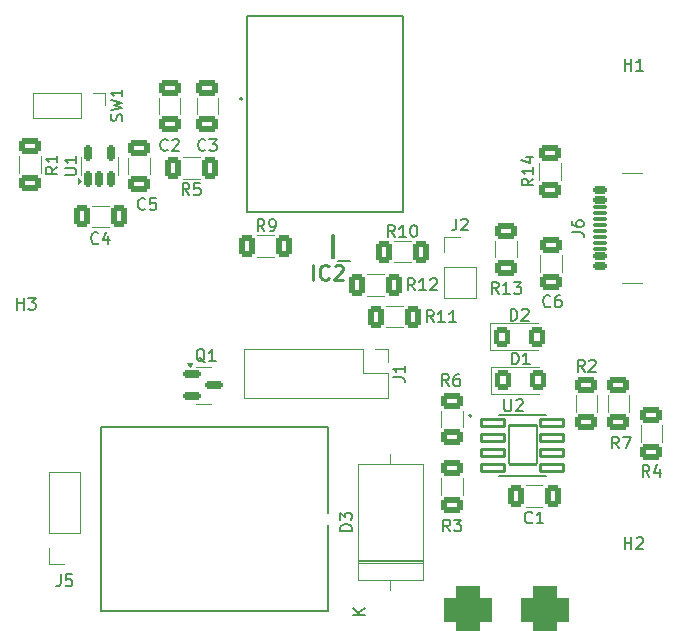
<source format=gto>
G04 #@! TF.GenerationSoftware,KiCad,Pcbnew,8.0.8*
G04 #@! TF.CreationDate,2025-07-04T19:36:45+02:00*
G04 #@! TF.ProjectId,LaunchControl,4c61756e-6368-4436-9f6e-74726f6c2e6b,rev?*
G04 #@! TF.SameCoordinates,Original*
G04 #@! TF.FileFunction,Legend,Top*
G04 #@! TF.FilePolarity,Positive*
%FSLAX46Y46*%
G04 Gerber Fmt 4.6, Leading zero omitted, Abs format (unit mm)*
G04 Created by KiCad (PCBNEW 8.0.8) date 2025-07-04 19:36:45*
%MOMM*%
%LPD*%
G01*
G04 APERTURE LIST*
G04 Aperture macros list*
%AMRoundRect*
0 Rectangle with rounded corners*
0 $1 Rounding radius*
0 $2 $3 $4 $5 $6 $7 $8 $9 X,Y pos of 4 corners*
0 Add a 4 corners polygon primitive as box body*
4,1,4,$2,$3,$4,$5,$6,$7,$8,$9,$2,$3,0*
0 Add four circle primitives for the rounded corners*
1,1,$1+$1,$2,$3*
1,1,$1+$1,$4,$5*
1,1,$1+$1,$6,$7*
1,1,$1+$1,$8,$9*
0 Add four rect primitives between the rounded corners*
20,1,$1+$1,$2,$3,$4,$5,0*
20,1,$1+$1,$4,$5,$6,$7,0*
20,1,$1+$1,$6,$7,$8,$9,0*
20,1,$1+$1,$8,$9,$2,$3,0*%
G04 Aperture macros list end*
%ADD10C,0.150000*%
%ADD11C,0.254000*%
%ADD12C,0.120000*%
%ADD13C,0.127000*%
%ADD14C,0.200000*%
%ADD15C,1.950000*%
%ADD16RoundRect,0.250000X-0.650000X0.412500X-0.650000X-0.412500X0.650000X-0.412500X0.650000X0.412500X0*%
%ADD17C,3.200000*%
%ADD18C,0.650000*%
%ADD19RoundRect,0.150000X0.425000X-0.150000X0.425000X0.150000X-0.425000X0.150000X-0.425000X-0.150000X0*%
%ADD20RoundRect,0.075000X0.500000X-0.075000X0.500000X0.075000X-0.500000X0.075000X-0.500000X-0.075000X0*%
%ADD21O,2.100000X1.000000*%
%ADD22O,1.800000X1.000000*%
%ADD23RoundRect,0.100500X-0.986500X-0.301500X0.986500X-0.301500X0.986500X0.301500X-0.986500X0.301500X0*%
%ADD24RoundRect,0.102000X-1.206500X-1.651000X1.206500X-1.651000X1.206500X1.651000X-1.206500X1.651000X0*%
%ADD25R,1.350000X1.350000*%
%ADD26O,1.350000X1.350000*%
%ADD27RoundRect,0.250001X-0.462499X-0.624999X0.462499X-0.624999X0.462499X0.624999X-0.462499X0.624999X0*%
%ADD28RoundRect,0.250000X-0.412500X-0.650000X0.412500X-0.650000X0.412500X0.650000X-0.412500X0.650000X0*%
%ADD29R,3.200000X3.200000*%
%ADD30O,3.200000X3.200000*%
%ADD31RoundRect,0.150000X-0.587500X-0.150000X0.587500X-0.150000X0.587500X0.150000X-0.587500X0.150000X0*%
%ADD32R,1.000000X0.400000*%
%ADD33RoundRect,0.250000X0.650000X-0.412500X0.650000X0.412500X-0.650000X0.412500X-0.650000X-0.412500X0*%
%ADD34R,1.700000X1.700000*%
%ADD35O,1.700000X1.700000*%
%ADD36R,0.800000X0.400000*%
%ADD37R,0.400000X0.800000*%
%ADD38R,1.450000X1.450000*%
%ADD39R,0.700000X0.700000*%
%ADD40RoundRect,0.250000X0.412500X0.650000X-0.412500X0.650000X-0.412500X-0.650000X0.412500X-0.650000X0*%
%ADD41RoundRect,1.000000X-1.000000X1.000000X-1.000000X-1.000000X1.000000X-1.000000X1.000000X1.000000X0*%
%ADD42RoundRect,0.150000X0.150000X-0.512500X0.150000X0.512500X-0.150000X0.512500X-0.150000X-0.512500X0*%
G04 APERTURE END LIST*
D10*
X148758333Y-66274819D02*
X148425000Y-65798628D01*
X148186905Y-66274819D02*
X148186905Y-65274819D01*
X148186905Y-65274819D02*
X148567857Y-65274819D01*
X148567857Y-65274819D02*
X148663095Y-65322438D01*
X148663095Y-65322438D02*
X148710714Y-65370057D01*
X148710714Y-65370057D02*
X148758333Y-65465295D01*
X148758333Y-65465295D02*
X148758333Y-65608152D01*
X148758333Y-65608152D02*
X148710714Y-65703390D01*
X148710714Y-65703390D02*
X148663095Y-65751009D01*
X148663095Y-65751009D02*
X148567857Y-65798628D01*
X148567857Y-65798628D02*
X148186905Y-65798628D01*
X149615476Y-65274819D02*
X149425000Y-65274819D01*
X149425000Y-65274819D02*
X149329762Y-65322438D01*
X149329762Y-65322438D02*
X149282143Y-65370057D01*
X149282143Y-65370057D02*
X149186905Y-65512914D01*
X149186905Y-65512914D02*
X149139286Y-65703390D01*
X149139286Y-65703390D02*
X149139286Y-66084342D01*
X149139286Y-66084342D02*
X149186905Y-66179580D01*
X149186905Y-66179580D02*
X149234524Y-66227200D01*
X149234524Y-66227200D02*
X149329762Y-66274819D01*
X149329762Y-66274819D02*
X149520238Y-66274819D01*
X149520238Y-66274819D02*
X149615476Y-66227200D01*
X149615476Y-66227200D02*
X149663095Y-66179580D01*
X149663095Y-66179580D02*
X149710714Y-66084342D01*
X149710714Y-66084342D02*
X149710714Y-65846247D01*
X149710714Y-65846247D02*
X149663095Y-65751009D01*
X149663095Y-65751009D02*
X149615476Y-65703390D01*
X149615476Y-65703390D02*
X149520238Y-65655771D01*
X149520238Y-65655771D02*
X149329762Y-65655771D01*
X149329762Y-65655771D02*
X149234524Y-65703390D01*
X149234524Y-65703390D02*
X149186905Y-65751009D01*
X149186905Y-65751009D02*
X149139286Y-65846247D01*
X163638095Y-80054819D02*
X163638095Y-79054819D01*
X163638095Y-79531009D02*
X164209523Y-79531009D01*
X164209523Y-80054819D02*
X164209523Y-79054819D01*
X164638095Y-79150057D02*
X164685714Y-79102438D01*
X164685714Y-79102438D02*
X164780952Y-79054819D01*
X164780952Y-79054819D02*
X165019047Y-79054819D01*
X165019047Y-79054819D02*
X165114285Y-79102438D01*
X165114285Y-79102438D02*
X165161904Y-79150057D01*
X165161904Y-79150057D02*
X165209523Y-79245295D01*
X165209523Y-79245295D02*
X165209523Y-79340533D01*
X165209523Y-79340533D02*
X165161904Y-79483390D01*
X165161904Y-79483390D02*
X164590476Y-80054819D01*
X164590476Y-80054819D02*
X165209523Y-80054819D01*
X159154819Y-53233333D02*
X159869104Y-53233333D01*
X159869104Y-53233333D02*
X160011961Y-53280952D01*
X160011961Y-53280952D02*
X160107200Y-53376190D01*
X160107200Y-53376190D02*
X160154819Y-53519047D01*
X160154819Y-53519047D02*
X160154819Y-53614285D01*
X159154819Y-52328571D02*
X159154819Y-52519047D01*
X159154819Y-52519047D02*
X159202438Y-52614285D01*
X159202438Y-52614285D02*
X159250057Y-52661904D01*
X159250057Y-52661904D02*
X159392914Y-52757142D01*
X159392914Y-52757142D02*
X159583390Y-52804761D01*
X159583390Y-52804761D02*
X159964342Y-52804761D01*
X159964342Y-52804761D02*
X160059580Y-52757142D01*
X160059580Y-52757142D02*
X160107200Y-52709523D01*
X160107200Y-52709523D02*
X160154819Y-52614285D01*
X160154819Y-52614285D02*
X160154819Y-52423809D01*
X160154819Y-52423809D02*
X160107200Y-52328571D01*
X160107200Y-52328571D02*
X160059580Y-52280952D01*
X160059580Y-52280952D02*
X159964342Y-52233333D01*
X159964342Y-52233333D02*
X159726247Y-52233333D01*
X159726247Y-52233333D02*
X159631009Y-52280952D01*
X159631009Y-52280952D02*
X159583390Y-52328571D01*
X159583390Y-52328571D02*
X159535771Y-52423809D01*
X159535771Y-52423809D02*
X159535771Y-52614285D01*
X159535771Y-52614285D02*
X159583390Y-52709523D01*
X159583390Y-52709523D02*
X159631009Y-52757142D01*
X159631009Y-52757142D02*
X159726247Y-52804761D01*
X148858333Y-78574819D02*
X148525000Y-78098628D01*
X148286905Y-78574819D02*
X148286905Y-77574819D01*
X148286905Y-77574819D02*
X148667857Y-77574819D01*
X148667857Y-77574819D02*
X148763095Y-77622438D01*
X148763095Y-77622438D02*
X148810714Y-77670057D01*
X148810714Y-77670057D02*
X148858333Y-77765295D01*
X148858333Y-77765295D02*
X148858333Y-77908152D01*
X148858333Y-77908152D02*
X148810714Y-78003390D01*
X148810714Y-78003390D02*
X148763095Y-78051009D01*
X148763095Y-78051009D02*
X148667857Y-78098628D01*
X148667857Y-78098628D02*
X148286905Y-78098628D01*
X149191667Y-77574819D02*
X149810714Y-77574819D01*
X149810714Y-77574819D02*
X149477381Y-77955771D01*
X149477381Y-77955771D02*
X149620238Y-77955771D01*
X149620238Y-77955771D02*
X149715476Y-78003390D01*
X149715476Y-78003390D02*
X149763095Y-78051009D01*
X149763095Y-78051009D02*
X149810714Y-78146247D01*
X149810714Y-78146247D02*
X149810714Y-78384342D01*
X149810714Y-78384342D02*
X149763095Y-78479580D01*
X149763095Y-78479580D02*
X149715476Y-78527200D01*
X149715476Y-78527200D02*
X149620238Y-78574819D01*
X149620238Y-78574819D02*
X149334524Y-78574819D01*
X149334524Y-78574819D02*
X149239286Y-78527200D01*
X149239286Y-78527200D02*
X149191667Y-78479580D01*
X153443095Y-67392819D02*
X153443095Y-68202342D01*
X153443095Y-68202342D02*
X153490714Y-68297580D01*
X153490714Y-68297580D02*
X153538333Y-68345200D01*
X153538333Y-68345200D02*
X153633571Y-68392819D01*
X153633571Y-68392819D02*
X153824047Y-68392819D01*
X153824047Y-68392819D02*
X153919285Y-68345200D01*
X153919285Y-68345200D02*
X153966904Y-68297580D01*
X153966904Y-68297580D02*
X154014523Y-68202342D01*
X154014523Y-68202342D02*
X154014523Y-67392819D01*
X154443095Y-67488057D02*
X154490714Y-67440438D01*
X154490714Y-67440438D02*
X154585952Y-67392819D01*
X154585952Y-67392819D02*
X154824047Y-67392819D01*
X154824047Y-67392819D02*
X154919285Y-67440438D01*
X154919285Y-67440438D02*
X154966904Y-67488057D01*
X154966904Y-67488057D02*
X155014523Y-67583295D01*
X155014523Y-67583295D02*
X155014523Y-67678533D01*
X155014523Y-67678533D02*
X154966904Y-67821390D01*
X154966904Y-67821390D02*
X154395476Y-68392819D01*
X154395476Y-68392819D02*
X155014523Y-68392819D01*
X144014819Y-65533333D02*
X144729104Y-65533333D01*
X144729104Y-65533333D02*
X144871961Y-65580952D01*
X144871961Y-65580952D02*
X144967200Y-65676190D01*
X144967200Y-65676190D02*
X145014819Y-65819047D01*
X145014819Y-65819047D02*
X145014819Y-65914285D01*
X145014819Y-64533333D02*
X145014819Y-65104761D01*
X145014819Y-64819047D02*
X144014819Y-64819047D01*
X144014819Y-64819047D02*
X144157676Y-64914285D01*
X144157676Y-64914285D02*
X144252914Y-65009523D01*
X144252914Y-65009523D02*
X144300533Y-65104761D01*
X121067200Y-43833332D02*
X121114819Y-43690475D01*
X121114819Y-43690475D02*
X121114819Y-43452380D01*
X121114819Y-43452380D02*
X121067200Y-43357142D01*
X121067200Y-43357142D02*
X121019580Y-43309523D01*
X121019580Y-43309523D02*
X120924342Y-43261904D01*
X120924342Y-43261904D02*
X120829104Y-43261904D01*
X120829104Y-43261904D02*
X120733866Y-43309523D01*
X120733866Y-43309523D02*
X120686247Y-43357142D01*
X120686247Y-43357142D02*
X120638628Y-43452380D01*
X120638628Y-43452380D02*
X120591009Y-43642856D01*
X120591009Y-43642856D02*
X120543390Y-43738094D01*
X120543390Y-43738094D02*
X120495771Y-43785713D01*
X120495771Y-43785713D02*
X120400533Y-43833332D01*
X120400533Y-43833332D02*
X120305295Y-43833332D01*
X120305295Y-43833332D02*
X120210057Y-43785713D01*
X120210057Y-43785713D02*
X120162438Y-43738094D01*
X120162438Y-43738094D02*
X120114819Y-43642856D01*
X120114819Y-43642856D02*
X120114819Y-43404761D01*
X120114819Y-43404761D02*
X120162438Y-43261904D01*
X120114819Y-42928570D02*
X121114819Y-42690475D01*
X121114819Y-42690475D02*
X120400533Y-42499999D01*
X120400533Y-42499999D02*
X121114819Y-42309523D01*
X121114819Y-42309523D02*
X120114819Y-42071428D01*
X121114819Y-41166666D02*
X121114819Y-41738094D01*
X121114819Y-41452380D02*
X120114819Y-41452380D01*
X120114819Y-41452380D02*
X120257676Y-41547618D01*
X120257676Y-41547618D02*
X120352914Y-41642856D01*
X120352914Y-41642856D02*
X120400533Y-41738094D01*
X152957142Y-58464819D02*
X152623809Y-57988628D01*
X152385714Y-58464819D02*
X152385714Y-57464819D01*
X152385714Y-57464819D02*
X152766666Y-57464819D01*
X152766666Y-57464819D02*
X152861904Y-57512438D01*
X152861904Y-57512438D02*
X152909523Y-57560057D01*
X152909523Y-57560057D02*
X152957142Y-57655295D01*
X152957142Y-57655295D02*
X152957142Y-57798152D01*
X152957142Y-57798152D02*
X152909523Y-57893390D01*
X152909523Y-57893390D02*
X152861904Y-57941009D01*
X152861904Y-57941009D02*
X152766666Y-57988628D01*
X152766666Y-57988628D02*
X152385714Y-57988628D01*
X153909523Y-58464819D02*
X153338095Y-58464819D01*
X153623809Y-58464819D02*
X153623809Y-57464819D01*
X153623809Y-57464819D02*
X153528571Y-57607676D01*
X153528571Y-57607676D02*
X153433333Y-57702914D01*
X153433333Y-57702914D02*
X153338095Y-57750533D01*
X154242857Y-57464819D02*
X154861904Y-57464819D01*
X154861904Y-57464819D02*
X154528571Y-57845771D01*
X154528571Y-57845771D02*
X154671428Y-57845771D01*
X154671428Y-57845771D02*
X154766666Y-57893390D01*
X154766666Y-57893390D02*
X154814285Y-57941009D01*
X154814285Y-57941009D02*
X154861904Y-58036247D01*
X154861904Y-58036247D02*
X154861904Y-58274342D01*
X154861904Y-58274342D02*
X154814285Y-58369580D01*
X154814285Y-58369580D02*
X154766666Y-58417200D01*
X154766666Y-58417200D02*
X154671428Y-58464819D01*
X154671428Y-58464819D02*
X154385714Y-58464819D01*
X154385714Y-58464819D02*
X154290476Y-58417200D01*
X154290476Y-58417200D02*
X154242857Y-58369580D01*
X153974405Y-60734819D02*
X153974405Y-59734819D01*
X153974405Y-59734819D02*
X154212500Y-59734819D01*
X154212500Y-59734819D02*
X154355357Y-59782438D01*
X154355357Y-59782438D02*
X154450595Y-59877676D01*
X154450595Y-59877676D02*
X154498214Y-59972914D01*
X154498214Y-59972914D02*
X154545833Y-60163390D01*
X154545833Y-60163390D02*
X154545833Y-60306247D01*
X154545833Y-60306247D02*
X154498214Y-60496723D01*
X154498214Y-60496723D02*
X154450595Y-60591961D01*
X154450595Y-60591961D02*
X154355357Y-60687200D01*
X154355357Y-60687200D02*
X154212500Y-60734819D01*
X154212500Y-60734819D02*
X153974405Y-60734819D01*
X154926786Y-59830057D02*
X154974405Y-59782438D01*
X154974405Y-59782438D02*
X155069643Y-59734819D01*
X155069643Y-59734819D02*
X155307738Y-59734819D01*
X155307738Y-59734819D02*
X155402976Y-59782438D01*
X155402976Y-59782438D02*
X155450595Y-59830057D01*
X155450595Y-59830057D02*
X155498214Y-59925295D01*
X155498214Y-59925295D02*
X155498214Y-60020533D01*
X155498214Y-60020533D02*
X155450595Y-60163390D01*
X155450595Y-60163390D02*
X154879167Y-60734819D01*
X154879167Y-60734819D02*
X155498214Y-60734819D01*
X147457142Y-60854819D02*
X147123809Y-60378628D01*
X146885714Y-60854819D02*
X146885714Y-59854819D01*
X146885714Y-59854819D02*
X147266666Y-59854819D01*
X147266666Y-59854819D02*
X147361904Y-59902438D01*
X147361904Y-59902438D02*
X147409523Y-59950057D01*
X147409523Y-59950057D02*
X147457142Y-60045295D01*
X147457142Y-60045295D02*
X147457142Y-60188152D01*
X147457142Y-60188152D02*
X147409523Y-60283390D01*
X147409523Y-60283390D02*
X147361904Y-60331009D01*
X147361904Y-60331009D02*
X147266666Y-60378628D01*
X147266666Y-60378628D02*
X146885714Y-60378628D01*
X148409523Y-60854819D02*
X147838095Y-60854819D01*
X148123809Y-60854819D02*
X148123809Y-59854819D01*
X148123809Y-59854819D02*
X148028571Y-59997676D01*
X148028571Y-59997676D02*
X147933333Y-60092914D01*
X147933333Y-60092914D02*
X147838095Y-60140533D01*
X149361904Y-60854819D02*
X148790476Y-60854819D01*
X149076190Y-60854819D02*
X149076190Y-59854819D01*
X149076190Y-59854819D02*
X148980952Y-59997676D01*
X148980952Y-59997676D02*
X148885714Y-60092914D01*
X148885714Y-60092914D02*
X148790476Y-60140533D01*
X140534819Y-78518094D02*
X139534819Y-78518094D01*
X139534819Y-78518094D02*
X139534819Y-78279999D01*
X139534819Y-78279999D02*
X139582438Y-78137142D01*
X139582438Y-78137142D02*
X139677676Y-78041904D01*
X139677676Y-78041904D02*
X139772914Y-77994285D01*
X139772914Y-77994285D02*
X139963390Y-77946666D01*
X139963390Y-77946666D02*
X140106247Y-77946666D01*
X140106247Y-77946666D02*
X140296723Y-77994285D01*
X140296723Y-77994285D02*
X140391961Y-78041904D01*
X140391961Y-78041904D02*
X140487200Y-78137142D01*
X140487200Y-78137142D02*
X140534819Y-78279999D01*
X140534819Y-78279999D02*
X140534819Y-78518094D01*
X139534819Y-77613332D02*
X139534819Y-76994285D01*
X139534819Y-76994285D02*
X139915771Y-77327618D01*
X139915771Y-77327618D02*
X139915771Y-77184761D01*
X139915771Y-77184761D02*
X139963390Y-77089523D01*
X139963390Y-77089523D02*
X140011009Y-77041904D01*
X140011009Y-77041904D02*
X140106247Y-76994285D01*
X140106247Y-76994285D02*
X140344342Y-76994285D01*
X140344342Y-76994285D02*
X140439580Y-77041904D01*
X140439580Y-77041904D02*
X140487200Y-77089523D01*
X140487200Y-77089523D02*
X140534819Y-77184761D01*
X140534819Y-77184761D02*
X140534819Y-77470475D01*
X140534819Y-77470475D02*
X140487200Y-77565713D01*
X140487200Y-77565713D02*
X140439580Y-77613332D01*
X141654818Y-85661904D02*
X140654818Y-85661904D01*
X141654818Y-85090476D02*
X141083389Y-85519047D01*
X140654818Y-85090476D02*
X141226246Y-85661904D01*
X145857142Y-58154819D02*
X145523809Y-57678628D01*
X145285714Y-58154819D02*
X145285714Y-57154819D01*
X145285714Y-57154819D02*
X145666666Y-57154819D01*
X145666666Y-57154819D02*
X145761904Y-57202438D01*
X145761904Y-57202438D02*
X145809523Y-57250057D01*
X145809523Y-57250057D02*
X145857142Y-57345295D01*
X145857142Y-57345295D02*
X145857142Y-57488152D01*
X145857142Y-57488152D02*
X145809523Y-57583390D01*
X145809523Y-57583390D02*
X145761904Y-57631009D01*
X145761904Y-57631009D02*
X145666666Y-57678628D01*
X145666666Y-57678628D02*
X145285714Y-57678628D01*
X146809523Y-58154819D02*
X146238095Y-58154819D01*
X146523809Y-58154819D02*
X146523809Y-57154819D01*
X146523809Y-57154819D02*
X146428571Y-57297676D01*
X146428571Y-57297676D02*
X146333333Y-57392914D01*
X146333333Y-57392914D02*
X146238095Y-57440533D01*
X147190476Y-57250057D02*
X147238095Y-57202438D01*
X147238095Y-57202438D02*
X147333333Y-57154819D01*
X147333333Y-57154819D02*
X147571428Y-57154819D01*
X147571428Y-57154819D02*
X147666666Y-57202438D01*
X147666666Y-57202438D02*
X147714285Y-57250057D01*
X147714285Y-57250057D02*
X147761904Y-57345295D01*
X147761904Y-57345295D02*
X147761904Y-57440533D01*
X147761904Y-57440533D02*
X147714285Y-57583390D01*
X147714285Y-57583390D02*
X147142857Y-58154819D01*
X147142857Y-58154819D02*
X147761904Y-58154819D01*
X133133333Y-53154819D02*
X132800000Y-52678628D01*
X132561905Y-53154819D02*
X132561905Y-52154819D01*
X132561905Y-52154819D02*
X132942857Y-52154819D01*
X132942857Y-52154819D02*
X133038095Y-52202438D01*
X133038095Y-52202438D02*
X133085714Y-52250057D01*
X133085714Y-52250057D02*
X133133333Y-52345295D01*
X133133333Y-52345295D02*
X133133333Y-52488152D01*
X133133333Y-52488152D02*
X133085714Y-52583390D01*
X133085714Y-52583390D02*
X133038095Y-52631009D01*
X133038095Y-52631009D02*
X132942857Y-52678628D01*
X132942857Y-52678628D02*
X132561905Y-52678628D01*
X133609524Y-53154819D02*
X133800000Y-53154819D01*
X133800000Y-53154819D02*
X133895238Y-53107200D01*
X133895238Y-53107200D02*
X133942857Y-53059580D01*
X133942857Y-53059580D02*
X134038095Y-52916723D01*
X134038095Y-52916723D02*
X134085714Y-52726247D01*
X134085714Y-52726247D02*
X134085714Y-52345295D01*
X134085714Y-52345295D02*
X134038095Y-52250057D01*
X134038095Y-52250057D02*
X133990476Y-52202438D01*
X133990476Y-52202438D02*
X133895238Y-52154819D01*
X133895238Y-52154819D02*
X133704762Y-52154819D01*
X133704762Y-52154819D02*
X133609524Y-52202438D01*
X133609524Y-52202438D02*
X133561905Y-52250057D01*
X133561905Y-52250057D02*
X133514286Y-52345295D01*
X133514286Y-52345295D02*
X133514286Y-52583390D01*
X133514286Y-52583390D02*
X133561905Y-52678628D01*
X133561905Y-52678628D02*
X133609524Y-52726247D01*
X133609524Y-52726247D02*
X133704762Y-52773866D01*
X133704762Y-52773866D02*
X133895238Y-52773866D01*
X133895238Y-52773866D02*
X133990476Y-52726247D01*
X133990476Y-52726247D02*
X134038095Y-52678628D01*
X134038095Y-52678628D02*
X134085714Y-52583390D01*
X128104760Y-64250057D02*
X128009522Y-64202438D01*
X128009522Y-64202438D02*
X127914284Y-64107200D01*
X127914284Y-64107200D02*
X127771427Y-63964342D01*
X127771427Y-63964342D02*
X127676189Y-63916723D01*
X127676189Y-63916723D02*
X127580951Y-63916723D01*
X127628570Y-64154819D02*
X127533332Y-64107200D01*
X127533332Y-64107200D02*
X127438094Y-64011961D01*
X127438094Y-64011961D02*
X127390475Y-63821485D01*
X127390475Y-63821485D02*
X127390475Y-63488152D01*
X127390475Y-63488152D02*
X127438094Y-63297676D01*
X127438094Y-63297676D02*
X127533332Y-63202438D01*
X127533332Y-63202438D02*
X127628570Y-63154819D01*
X127628570Y-63154819D02*
X127819046Y-63154819D01*
X127819046Y-63154819D02*
X127914284Y-63202438D01*
X127914284Y-63202438D02*
X128009522Y-63297676D01*
X128009522Y-63297676D02*
X128057141Y-63488152D01*
X128057141Y-63488152D02*
X128057141Y-63821485D01*
X128057141Y-63821485D02*
X128009522Y-64011961D01*
X128009522Y-64011961D02*
X127914284Y-64107200D01*
X127914284Y-64107200D02*
X127819046Y-64154819D01*
X127819046Y-64154819D02*
X127628570Y-64154819D01*
X129009522Y-64154819D02*
X128438094Y-64154819D01*
X128723808Y-64154819D02*
X128723808Y-63154819D01*
X128723808Y-63154819D02*
X128628570Y-63297676D01*
X128628570Y-63297676D02*
X128533332Y-63392914D01*
X128533332Y-63392914D02*
X128438094Y-63440533D01*
D11*
X137260237Y-57274318D02*
X137260237Y-56004318D01*
X138590714Y-57153365D02*
X138530238Y-57213842D01*
X138530238Y-57213842D02*
X138348809Y-57274318D01*
X138348809Y-57274318D02*
X138227857Y-57274318D01*
X138227857Y-57274318D02*
X138046428Y-57213842D01*
X138046428Y-57213842D02*
X137925476Y-57092889D01*
X137925476Y-57092889D02*
X137864999Y-56971937D01*
X137864999Y-56971937D02*
X137804523Y-56730032D01*
X137804523Y-56730032D02*
X137804523Y-56548603D01*
X137804523Y-56548603D02*
X137864999Y-56306699D01*
X137864999Y-56306699D02*
X137925476Y-56185746D01*
X137925476Y-56185746D02*
X138046428Y-56064794D01*
X138046428Y-56064794D02*
X138227857Y-56004318D01*
X138227857Y-56004318D02*
X138348809Y-56004318D01*
X138348809Y-56004318D02*
X138530238Y-56064794D01*
X138530238Y-56064794D02*
X138590714Y-56125270D01*
X139074523Y-56125270D02*
X139134999Y-56064794D01*
X139134999Y-56064794D02*
X139255952Y-56004318D01*
X139255952Y-56004318D02*
X139558333Y-56004318D01*
X139558333Y-56004318D02*
X139679285Y-56064794D01*
X139679285Y-56064794D02*
X139739761Y-56125270D01*
X139739761Y-56125270D02*
X139800238Y-56246222D01*
X139800238Y-56246222D02*
X139800238Y-56367175D01*
X139800238Y-56367175D02*
X139739761Y-56548603D01*
X139739761Y-56548603D02*
X139014047Y-57274318D01*
X139014047Y-57274318D02*
X139800238Y-57274318D01*
D10*
X157338333Y-59494580D02*
X157290714Y-59542200D01*
X157290714Y-59542200D02*
X157147857Y-59589819D01*
X157147857Y-59589819D02*
X157052619Y-59589819D01*
X157052619Y-59589819D02*
X156909762Y-59542200D01*
X156909762Y-59542200D02*
X156814524Y-59446961D01*
X156814524Y-59446961D02*
X156766905Y-59351723D01*
X156766905Y-59351723D02*
X156719286Y-59161247D01*
X156719286Y-59161247D02*
X156719286Y-59018390D01*
X156719286Y-59018390D02*
X156766905Y-58827914D01*
X156766905Y-58827914D02*
X156814524Y-58732676D01*
X156814524Y-58732676D02*
X156909762Y-58637438D01*
X156909762Y-58637438D02*
X157052619Y-58589819D01*
X157052619Y-58589819D02*
X157147857Y-58589819D01*
X157147857Y-58589819D02*
X157290714Y-58637438D01*
X157290714Y-58637438D02*
X157338333Y-58685057D01*
X158195476Y-58589819D02*
X158005000Y-58589819D01*
X158005000Y-58589819D02*
X157909762Y-58637438D01*
X157909762Y-58637438D02*
X157862143Y-58685057D01*
X157862143Y-58685057D02*
X157766905Y-58827914D01*
X157766905Y-58827914D02*
X157719286Y-59018390D01*
X157719286Y-59018390D02*
X157719286Y-59399342D01*
X157719286Y-59399342D02*
X157766905Y-59494580D01*
X157766905Y-59494580D02*
X157814524Y-59542200D01*
X157814524Y-59542200D02*
X157909762Y-59589819D01*
X157909762Y-59589819D02*
X158100238Y-59589819D01*
X158100238Y-59589819D02*
X158195476Y-59542200D01*
X158195476Y-59542200D02*
X158243095Y-59494580D01*
X158243095Y-59494580D02*
X158290714Y-59399342D01*
X158290714Y-59399342D02*
X158290714Y-59161247D01*
X158290714Y-59161247D02*
X158243095Y-59066009D01*
X158243095Y-59066009D02*
X158195476Y-59018390D01*
X158195476Y-59018390D02*
X158100238Y-58970771D01*
X158100238Y-58970771D02*
X157909762Y-58970771D01*
X157909762Y-58970771D02*
X157814524Y-59018390D01*
X157814524Y-59018390D02*
X157766905Y-59066009D01*
X157766905Y-59066009D02*
X157719286Y-59161247D01*
X119070833Y-54159580D02*
X119023214Y-54207200D01*
X119023214Y-54207200D02*
X118880357Y-54254819D01*
X118880357Y-54254819D02*
X118785119Y-54254819D01*
X118785119Y-54254819D02*
X118642262Y-54207200D01*
X118642262Y-54207200D02*
X118547024Y-54111961D01*
X118547024Y-54111961D02*
X118499405Y-54016723D01*
X118499405Y-54016723D02*
X118451786Y-53826247D01*
X118451786Y-53826247D02*
X118451786Y-53683390D01*
X118451786Y-53683390D02*
X118499405Y-53492914D01*
X118499405Y-53492914D02*
X118547024Y-53397676D01*
X118547024Y-53397676D02*
X118642262Y-53302438D01*
X118642262Y-53302438D02*
X118785119Y-53254819D01*
X118785119Y-53254819D02*
X118880357Y-53254819D01*
X118880357Y-53254819D02*
X119023214Y-53302438D01*
X119023214Y-53302438D02*
X119070833Y-53350057D01*
X119927976Y-53588152D02*
X119927976Y-54254819D01*
X119689881Y-53207200D02*
X119451786Y-53921485D01*
X119451786Y-53921485D02*
X120070833Y-53921485D01*
X160233333Y-65054819D02*
X159900000Y-64578628D01*
X159661905Y-65054819D02*
X159661905Y-64054819D01*
X159661905Y-64054819D02*
X160042857Y-64054819D01*
X160042857Y-64054819D02*
X160138095Y-64102438D01*
X160138095Y-64102438D02*
X160185714Y-64150057D01*
X160185714Y-64150057D02*
X160233333Y-64245295D01*
X160233333Y-64245295D02*
X160233333Y-64388152D01*
X160233333Y-64388152D02*
X160185714Y-64483390D01*
X160185714Y-64483390D02*
X160138095Y-64531009D01*
X160138095Y-64531009D02*
X160042857Y-64578628D01*
X160042857Y-64578628D02*
X159661905Y-64578628D01*
X160614286Y-64150057D02*
X160661905Y-64102438D01*
X160661905Y-64102438D02*
X160757143Y-64054819D01*
X160757143Y-64054819D02*
X160995238Y-64054819D01*
X160995238Y-64054819D02*
X161090476Y-64102438D01*
X161090476Y-64102438D02*
X161138095Y-64150057D01*
X161138095Y-64150057D02*
X161185714Y-64245295D01*
X161185714Y-64245295D02*
X161185714Y-64340533D01*
X161185714Y-64340533D02*
X161138095Y-64483390D01*
X161138095Y-64483390D02*
X160566667Y-65054819D01*
X160566667Y-65054819D02*
X161185714Y-65054819D01*
X149366666Y-52084819D02*
X149366666Y-52799104D01*
X149366666Y-52799104D02*
X149319047Y-52941961D01*
X149319047Y-52941961D02*
X149223809Y-53037200D01*
X149223809Y-53037200D02*
X149080952Y-53084819D01*
X149080952Y-53084819D02*
X148985714Y-53084819D01*
X149795238Y-52180057D02*
X149842857Y-52132438D01*
X149842857Y-52132438D02*
X149938095Y-52084819D01*
X149938095Y-52084819D02*
X150176190Y-52084819D01*
X150176190Y-52084819D02*
X150271428Y-52132438D01*
X150271428Y-52132438D02*
X150319047Y-52180057D01*
X150319047Y-52180057D02*
X150366666Y-52275295D01*
X150366666Y-52275295D02*
X150366666Y-52370533D01*
X150366666Y-52370533D02*
X150319047Y-52513390D01*
X150319047Y-52513390D02*
X149747619Y-53084819D01*
X149747619Y-53084819D02*
X150366666Y-53084819D01*
X115866666Y-82224819D02*
X115866666Y-82939104D01*
X115866666Y-82939104D02*
X115819047Y-83081961D01*
X115819047Y-83081961D02*
X115723809Y-83177200D01*
X115723809Y-83177200D02*
X115580952Y-83224819D01*
X115580952Y-83224819D02*
X115485714Y-83224819D01*
X116819047Y-82224819D02*
X116342857Y-82224819D01*
X116342857Y-82224819D02*
X116295238Y-82701009D01*
X116295238Y-82701009D02*
X116342857Y-82653390D01*
X116342857Y-82653390D02*
X116438095Y-82605771D01*
X116438095Y-82605771D02*
X116676190Y-82605771D01*
X116676190Y-82605771D02*
X116771428Y-82653390D01*
X116771428Y-82653390D02*
X116819047Y-82701009D01*
X116819047Y-82701009D02*
X116866666Y-82796247D01*
X116866666Y-82796247D02*
X116866666Y-83034342D01*
X116866666Y-83034342D02*
X116819047Y-83129580D01*
X116819047Y-83129580D02*
X116771428Y-83177200D01*
X116771428Y-83177200D02*
X116676190Y-83224819D01*
X116676190Y-83224819D02*
X116438095Y-83224819D01*
X116438095Y-83224819D02*
X116342857Y-83177200D01*
X116342857Y-83177200D02*
X116295238Y-83129580D01*
X126770833Y-50104820D02*
X126437500Y-49628629D01*
X126199405Y-50104820D02*
X126199405Y-49104820D01*
X126199405Y-49104820D02*
X126580357Y-49104820D01*
X126580357Y-49104820D02*
X126675595Y-49152439D01*
X126675595Y-49152439D02*
X126723214Y-49200058D01*
X126723214Y-49200058D02*
X126770833Y-49295296D01*
X126770833Y-49295296D02*
X126770833Y-49438153D01*
X126770833Y-49438153D02*
X126723214Y-49533391D01*
X126723214Y-49533391D02*
X126675595Y-49581010D01*
X126675595Y-49581010D02*
X126580357Y-49628629D01*
X126580357Y-49628629D02*
X126199405Y-49628629D01*
X127675595Y-49104820D02*
X127199405Y-49104820D01*
X127199405Y-49104820D02*
X127151786Y-49581010D01*
X127151786Y-49581010D02*
X127199405Y-49533391D01*
X127199405Y-49533391D02*
X127294643Y-49485772D01*
X127294643Y-49485772D02*
X127532738Y-49485772D01*
X127532738Y-49485772D02*
X127627976Y-49533391D01*
X127627976Y-49533391D02*
X127675595Y-49581010D01*
X127675595Y-49581010D02*
X127723214Y-49676248D01*
X127723214Y-49676248D02*
X127723214Y-49914343D01*
X127723214Y-49914343D02*
X127675595Y-50009581D01*
X127675595Y-50009581D02*
X127627976Y-50057201D01*
X127627976Y-50057201D02*
X127532738Y-50104820D01*
X127532738Y-50104820D02*
X127294643Y-50104820D01*
X127294643Y-50104820D02*
X127199405Y-50057201D01*
X127199405Y-50057201D02*
X127151786Y-50009581D01*
X144157142Y-53654819D02*
X143823809Y-53178628D01*
X143585714Y-53654819D02*
X143585714Y-52654819D01*
X143585714Y-52654819D02*
X143966666Y-52654819D01*
X143966666Y-52654819D02*
X144061904Y-52702438D01*
X144061904Y-52702438D02*
X144109523Y-52750057D01*
X144109523Y-52750057D02*
X144157142Y-52845295D01*
X144157142Y-52845295D02*
X144157142Y-52988152D01*
X144157142Y-52988152D02*
X144109523Y-53083390D01*
X144109523Y-53083390D02*
X144061904Y-53131009D01*
X144061904Y-53131009D02*
X143966666Y-53178628D01*
X143966666Y-53178628D02*
X143585714Y-53178628D01*
X145109523Y-53654819D02*
X144538095Y-53654819D01*
X144823809Y-53654819D02*
X144823809Y-52654819D01*
X144823809Y-52654819D02*
X144728571Y-52797676D01*
X144728571Y-52797676D02*
X144633333Y-52892914D01*
X144633333Y-52892914D02*
X144538095Y-52940533D01*
X145728571Y-52654819D02*
X145823809Y-52654819D01*
X145823809Y-52654819D02*
X145919047Y-52702438D01*
X145919047Y-52702438D02*
X145966666Y-52750057D01*
X145966666Y-52750057D02*
X146014285Y-52845295D01*
X146014285Y-52845295D02*
X146061904Y-53035771D01*
X146061904Y-53035771D02*
X146061904Y-53273866D01*
X146061904Y-53273866D02*
X146014285Y-53464342D01*
X146014285Y-53464342D02*
X145966666Y-53559580D01*
X145966666Y-53559580D02*
X145919047Y-53607200D01*
X145919047Y-53607200D02*
X145823809Y-53654819D01*
X145823809Y-53654819D02*
X145728571Y-53654819D01*
X145728571Y-53654819D02*
X145633333Y-53607200D01*
X145633333Y-53607200D02*
X145585714Y-53559580D01*
X145585714Y-53559580D02*
X145538095Y-53464342D01*
X145538095Y-53464342D02*
X145490476Y-53273866D01*
X145490476Y-53273866D02*
X145490476Y-53035771D01*
X145490476Y-53035771D02*
X145538095Y-52845295D01*
X145538095Y-52845295D02*
X145585714Y-52750057D01*
X145585714Y-52750057D02*
X145633333Y-52702438D01*
X145633333Y-52702438D02*
X145728571Y-52654819D01*
X165733333Y-73954819D02*
X165400000Y-73478628D01*
X165161905Y-73954819D02*
X165161905Y-72954819D01*
X165161905Y-72954819D02*
X165542857Y-72954819D01*
X165542857Y-72954819D02*
X165638095Y-73002438D01*
X165638095Y-73002438D02*
X165685714Y-73050057D01*
X165685714Y-73050057D02*
X165733333Y-73145295D01*
X165733333Y-73145295D02*
X165733333Y-73288152D01*
X165733333Y-73288152D02*
X165685714Y-73383390D01*
X165685714Y-73383390D02*
X165638095Y-73431009D01*
X165638095Y-73431009D02*
X165542857Y-73478628D01*
X165542857Y-73478628D02*
X165161905Y-73478628D01*
X166590476Y-73288152D02*
X166590476Y-73954819D01*
X166352381Y-72907200D02*
X166114286Y-73621485D01*
X166114286Y-73621485D02*
X166733333Y-73621485D01*
X115604820Y-47704166D02*
X115128629Y-48037499D01*
X115604820Y-48275594D02*
X114604820Y-48275594D01*
X114604820Y-48275594D02*
X114604820Y-47894642D01*
X114604820Y-47894642D02*
X114652439Y-47799404D01*
X114652439Y-47799404D02*
X114700058Y-47751785D01*
X114700058Y-47751785D02*
X114795296Y-47704166D01*
X114795296Y-47704166D02*
X114938153Y-47704166D01*
X114938153Y-47704166D02*
X115033391Y-47751785D01*
X115033391Y-47751785D02*
X115081010Y-47799404D01*
X115081010Y-47799404D02*
X115128629Y-47894642D01*
X115128629Y-47894642D02*
X115128629Y-48275594D01*
X115604820Y-46751785D02*
X115604820Y-47323213D01*
X115604820Y-47037499D02*
X114604820Y-47037499D01*
X114604820Y-47037499D02*
X114747677Y-47132737D01*
X114747677Y-47132737D02*
X114842915Y-47227975D01*
X114842915Y-47227975D02*
X114890534Y-47323213D01*
X155795833Y-77804581D02*
X155748214Y-77852201D01*
X155748214Y-77852201D02*
X155605357Y-77899820D01*
X155605357Y-77899820D02*
X155510119Y-77899820D01*
X155510119Y-77899820D02*
X155367262Y-77852201D01*
X155367262Y-77852201D02*
X155272024Y-77756962D01*
X155272024Y-77756962D02*
X155224405Y-77661724D01*
X155224405Y-77661724D02*
X155176786Y-77471248D01*
X155176786Y-77471248D02*
X155176786Y-77328391D01*
X155176786Y-77328391D02*
X155224405Y-77137915D01*
X155224405Y-77137915D02*
X155272024Y-77042677D01*
X155272024Y-77042677D02*
X155367262Y-76947439D01*
X155367262Y-76947439D02*
X155510119Y-76899820D01*
X155510119Y-76899820D02*
X155605357Y-76899820D01*
X155605357Y-76899820D02*
X155748214Y-76947439D01*
X155748214Y-76947439D02*
X155795833Y-76995058D01*
X156748214Y-77899820D02*
X156176786Y-77899820D01*
X156462500Y-77899820D02*
X156462500Y-76899820D01*
X156462500Y-76899820D02*
X156367262Y-77042677D01*
X156367262Y-77042677D02*
X156272024Y-77137915D01*
X156272024Y-77137915D02*
X156176786Y-77185534D01*
X124933333Y-46259580D02*
X124885714Y-46307200D01*
X124885714Y-46307200D02*
X124742857Y-46354819D01*
X124742857Y-46354819D02*
X124647619Y-46354819D01*
X124647619Y-46354819D02*
X124504762Y-46307200D01*
X124504762Y-46307200D02*
X124409524Y-46211961D01*
X124409524Y-46211961D02*
X124361905Y-46116723D01*
X124361905Y-46116723D02*
X124314286Y-45926247D01*
X124314286Y-45926247D02*
X124314286Y-45783390D01*
X124314286Y-45783390D02*
X124361905Y-45592914D01*
X124361905Y-45592914D02*
X124409524Y-45497676D01*
X124409524Y-45497676D02*
X124504762Y-45402438D01*
X124504762Y-45402438D02*
X124647619Y-45354819D01*
X124647619Y-45354819D02*
X124742857Y-45354819D01*
X124742857Y-45354819D02*
X124885714Y-45402438D01*
X124885714Y-45402438D02*
X124933333Y-45450057D01*
X125314286Y-45450057D02*
X125361905Y-45402438D01*
X125361905Y-45402438D02*
X125457143Y-45354819D01*
X125457143Y-45354819D02*
X125695238Y-45354819D01*
X125695238Y-45354819D02*
X125790476Y-45402438D01*
X125790476Y-45402438D02*
X125838095Y-45450057D01*
X125838095Y-45450057D02*
X125885714Y-45545295D01*
X125885714Y-45545295D02*
X125885714Y-45640533D01*
X125885714Y-45640533D02*
X125838095Y-45783390D01*
X125838095Y-45783390D02*
X125266667Y-46354819D01*
X125266667Y-46354819D02*
X125885714Y-46354819D01*
X112188095Y-59804819D02*
X112188095Y-58804819D01*
X112188095Y-59281009D02*
X112759523Y-59281009D01*
X112759523Y-59804819D02*
X112759523Y-58804819D01*
X113140476Y-58804819D02*
X113759523Y-58804819D01*
X113759523Y-58804819D02*
X113426190Y-59185771D01*
X113426190Y-59185771D02*
X113569047Y-59185771D01*
X113569047Y-59185771D02*
X113664285Y-59233390D01*
X113664285Y-59233390D02*
X113711904Y-59281009D01*
X113711904Y-59281009D02*
X113759523Y-59376247D01*
X113759523Y-59376247D02*
X113759523Y-59614342D01*
X113759523Y-59614342D02*
X113711904Y-59709580D01*
X113711904Y-59709580D02*
X113664285Y-59757200D01*
X113664285Y-59757200D02*
X113569047Y-59804819D01*
X113569047Y-59804819D02*
X113283333Y-59804819D01*
X113283333Y-59804819D02*
X113188095Y-59757200D01*
X113188095Y-59757200D02*
X113140476Y-59709580D01*
X163133332Y-71554819D02*
X162799999Y-71078628D01*
X162561904Y-71554819D02*
X162561904Y-70554819D01*
X162561904Y-70554819D02*
X162942856Y-70554819D01*
X162942856Y-70554819D02*
X163038094Y-70602438D01*
X163038094Y-70602438D02*
X163085713Y-70650057D01*
X163085713Y-70650057D02*
X163133332Y-70745295D01*
X163133332Y-70745295D02*
X163133332Y-70888152D01*
X163133332Y-70888152D02*
X163085713Y-70983390D01*
X163085713Y-70983390D02*
X163038094Y-71031009D01*
X163038094Y-71031009D02*
X162942856Y-71078628D01*
X162942856Y-71078628D02*
X162561904Y-71078628D01*
X163466666Y-70554819D02*
X164133332Y-70554819D01*
X164133332Y-70554819D02*
X163704761Y-71554819D01*
X128133333Y-46259580D02*
X128085714Y-46307200D01*
X128085714Y-46307200D02*
X127942857Y-46354819D01*
X127942857Y-46354819D02*
X127847619Y-46354819D01*
X127847619Y-46354819D02*
X127704762Y-46307200D01*
X127704762Y-46307200D02*
X127609524Y-46211961D01*
X127609524Y-46211961D02*
X127561905Y-46116723D01*
X127561905Y-46116723D02*
X127514286Y-45926247D01*
X127514286Y-45926247D02*
X127514286Y-45783390D01*
X127514286Y-45783390D02*
X127561905Y-45592914D01*
X127561905Y-45592914D02*
X127609524Y-45497676D01*
X127609524Y-45497676D02*
X127704762Y-45402438D01*
X127704762Y-45402438D02*
X127847619Y-45354819D01*
X127847619Y-45354819D02*
X127942857Y-45354819D01*
X127942857Y-45354819D02*
X128085714Y-45402438D01*
X128085714Y-45402438D02*
X128133333Y-45450057D01*
X128466667Y-45354819D02*
X129085714Y-45354819D01*
X129085714Y-45354819D02*
X128752381Y-45735771D01*
X128752381Y-45735771D02*
X128895238Y-45735771D01*
X128895238Y-45735771D02*
X128990476Y-45783390D01*
X128990476Y-45783390D02*
X129038095Y-45831009D01*
X129038095Y-45831009D02*
X129085714Y-45926247D01*
X129085714Y-45926247D02*
X129085714Y-46164342D01*
X129085714Y-46164342D02*
X129038095Y-46259580D01*
X129038095Y-46259580D02*
X128990476Y-46307200D01*
X128990476Y-46307200D02*
X128895238Y-46354819D01*
X128895238Y-46354819D02*
X128609524Y-46354819D01*
X128609524Y-46354819D02*
X128514286Y-46307200D01*
X128514286Y-46307200D02*
X128466667Y-46259580D01*
X123033333Y-51259580D02*
X122985714Y-51307200D01*
X122985714Y-51307200D02*
X122842857Y-51354819D01*
X122842857Y-51354819D02*
X122747619Y-51354819D01*
X122747619Y-51354819D02*
X122604762Y-51307200D01*
X122604762Y-51307200D02*
X122509524Y-51211961D01*
X122509524Y-51211961D02*
X122461905Y-51116723D01*
X122461905Y-51116723D02*
X122414286Y-50926247D01*
X122414286Y-50926247D02*
X122414286Y-50783390D01*
X122414286Y-50783390D02*
X122461905Y-50592914D01*
X122461905Y-50592914D02*
X122509524Y-50497676D01*
X122509524Y-50497676D02*
X122604762Y-50402438D01*
X122604762Y-50402438D02*
X122747619Y-50354819D01*
X122747619Y-50354819D02*
X122842857Y-50354819D01*
X122842857Y-50354819D02*
X122985714Y-50402438D01*
X122985714Y-50402438D02*
X123033333Y-50450057D01*
X123938095Y-50354819D02*
X123461905Y-50354819D01*
X123461905Y-50354819D02*
X123414286Y-50831009D01*
X123414286Y-50831009D02*
X123461905Y-50783390D01*
X123461905Y-50783390D02*
X123557143Y-50735771D01*
X123557143Y-50735771D02*
X123795238Y-50735771D01*
X123795238Y-50735771D02*
X123890476Y-50783390D01*
X123890476Y-50783390D02*
X123938095Y-50831009D01*
X123938095Y-50831009D02*
X123985714Y-50926247D01*
X123985714Y-50926247D02*
X123985714Y-51164342D01*
X123985714Y-51164342D02*
X123938095Y-51259580D01*
X123938095Y-51259580D02*
X123890476Y-51307200D01*
X123890476Y-51307200D02*
X123795238Y-51354819D01*
X123795238Y-51354819D02*
X123557143Y-51354819D01*
X123557143Y-51354819D02*
X123461905Y-51307200D01*
X123461905Y-51307200D02*
X123414286Y-51259580D01*
X116204820Y-48399404D02*
X117014343Y-48399404D01*
X117014343Y-48399404D02*
X117109581Y-48351785D01*
X117109581Y-48351785D02*
X117157201Y-48304166D01*
X117157201Y-48304166D02*
X117204820Y-48208928D01*
X117204820Y-48208928D02*
X117204820Y-48018452D01*
X117204820Y-48018452D02*
X117157201Y-47923214D01*
X117157201Y-47923214D02*
X117109581Y-47875595D01*
X117109581Y-47875595D02*
X117014343Y-47827976D01*
X117014343Y-47827976D02*
X116204820Y-47827976D01*
X117204820Y-46827976D02*
X117204820Y-47399404D01*
X117204820Y-47113690D02*
X116204820Y-47113690D01*
X116204820Y-47113690D02*
X116347677Y-47208928D01*
X116347677Y-47208928D02*
X116442915Y-47304166D01*
X116442915Y-47304166D02*
X116490534Y-47399404D01*
X155909818Y-48715357D02*
X155433627Y-49048690D01*
X155909818Y-49286785D02*
X154909818Y-49286785D01*
X154909818Y-49286785D02*
X154909818Y-48905833D01*
X154909818Y-48905833D02*
X154957437Y-48810595D01*
X154957437Y-48810595D02*
X155005056Y-48762976D01*
X155005056Y-48762976D02*
X155100294Y-48715357D01*
X155100294Y-48715357D02*
X155243151Y-48715357D01*
X155243151Y-48715357D02*
X155338389Y-48762976D01*
X155338389Y-48762976D02*
X155386008Y-48810595D01*
X155386008Y-48810595D02*
X155433627Y-48905833D01*
X155433627Y-48905833D02*
X155433627Y-49286785D01*
X155909818Y-47762976D02*
X155909818Y-48334404D01*
X155909818Y-48048690D02*
X154909818Y-48048690D01*
X154909818Y-48048690D02*
X155052675Y-48143928D01*
X155052675Y-48143928D02*
X155147913Y-48239166D01*
X155147913Y-48239166D02*
X155195532Y-48334404D01*
X155243151Y-46905833D02*
X155909818Y-46905833D01*
X154862199Y-47143928D02*
X155576484Y-47382023D01*
X155576484Y-47382023D02*
X155576484Y-46762976D01*
X154074405Y-64434819D02*
X154074405Y-63434819D01*
X154074405Y-63434819D02*
X154312500Y-63434819D01*
X154312500Y-63434819D02*
X154455357Y-63482438D01*
X154455357Y-63482438D02*
X154550595Y-63577676D01*
X154550595Y-63577676D02*
X154598214Y-63672914D01*
X154598214Y-63672914D02*
X154645833Y-63863390D01*
X154645833Y-63863390D02*
X154645833Y-64006247D01*
X154645833Y-64006247D02*
X154598214Y-64196723D01*
X154598214Y-64196723D02*
X154550595Y-64291961D01*
X154550595Y-64291961D02*
X154455357Y-64387200D01*
X154455357Y-64387200D02*
X154312500Y-64434819D01*
X154312500Y-64434819D02*
X154074405Y-64434819D01*
X155598214Y-64434819D02*
X155026786Y-64434819D01*
X155312500Y-64434819D02*
X155312500Y-63434819D01*
X155312500Y-63434819D02*
X155217262Y-63577676D01*
X155217262Y-63577676D02*
X155122024Y-63672914D01*
X155122024Y-63672914D02*
X155026786Y-63720533D01*
X163626046Y-39554819D02*
X163626046Y-38554819D01*
X163626046Y-39031009D02*
X164197474Y-39031009D01*
X164197474Y-39554819D02*
X164197474Y-38554819D01*
X165197474Y-39554819D02*
X164626046Y-39554819D01*
X164911760Y-39554819D02*
X164911760Y-38554819D01*
X164911760Y-38554819D02*
X164816522Y-38697676D01*
X164816522Y-38697676D02*
X164721284Y-38792914D01*
X164721284Y-38792914D02*
X164626046Y-38840533D01*
D12*
G04 #@! TO.C,R6*
X148115000Y-68346248D02*
X148115000Y-69768752D01*
X149935000Y-68346248D02*
X149935000Y-69768752D01*
G04 #@! TO.C,J6*
X165100000Y-48230000D02*
X163400000Y-48230000D01*
X165100000Y-57570000D02*
X163400000Y-57570000D01*
G04 #@! TO.C,R3*
X148115000Y-74046248D02*
X148115000Y-75468752D01*
X149935000Y-74046248D02*
X149935000Y-75468752D01*
D13*
G04 #@! TO.C,U2*
X153000000Y-68750000D02*
X157000000Y-68750000D01*
X153000000Y-73850000D02*
X157000000Y-73850000D01*
D14*
X150655000Y-68795000D02*
G75*
G02*
X150455000Y-68795000I-100000J0D01*
G01*
X150455000Y-68795000D02*
G75*
G02*
X150655000Y-68795000I100000J0D01*
G01*
D12*
G04 #@! TO.C,J1*
X131440000Y-63140000D02*
X131440000Y-67260000D01*
X141500000Y-63140000D02*
X131440000Y-63140000D01*
X141500000Y-63140000D02*
X141500000Y-65200000D01*
X141500000Y-65200000D02*
X143560000Y-65200000D01*
X142500000Y-63140000D02*
X143560000Y-63140000D01*
X143560000Y-63140000D02*
X143560000Y-64200000D01*
X143560000Y-65200000D02*
X143560000Y-67260000D01*
X143560000Y-67260000D02*
X131440000Y-67260000D01*
G04 #@! TO.C,SW1*
X113540000Y-41440000D02*
X113540000Y-43560000D01*
X117600000Y-41440000D02*
X113540000Y-41440000D01*
X117600000Y-41440000D02*
X117600000Y-43560000D01*
X117600000Y-43560000D02*
X113540000Y-43560000D01*
X118600000Y-41440000D02*
X119660000Y-41440000D01*
X119660000Y-41440000D02*
X119660000Y-42500000D01*
G04 #@! TO.C,R13*
X152690000Y-53961248D02*
X152690000Y-55383752D01*
X154510000Y-53961248D02*
X154510000Y-55383752D01*
D14*
G04 #@! TO.C,K1*
X119300000Y-69700001D02*
X119300000Y-69700001D01*
X119300000Y-69700001D02*
X119300000Y-69700001D01*
X119300000Y-69700001D02*
X119300000Y-85300001D01*
X119300000Y-69700001D02*
X138500000Y-69700001D01*
X119300000Y-85300001D02*
X119300000Y-69700001D01*
X119300000Y-85300001D02*
X119300000Y-85300001D01*
X119300000Y-85300001D02*
X119300000Y-85300001D01*
X119300000Y-85300001D02*
X138500000Y-85300001D01*
X138500000Y-69700001D02*
X119300000Y-69700001D01*
X138500000Y-69700001D02*
X138500000Y-69700001D01*
X138500000Y-69700001D02*
X138500000Y-69700001D01*
X138500000Y-69700001D02*
X138500000Y-77000001D01*
X138500000Y-77000001D02*
X138500000Y-69700001D01*
X138500000Y-77000001D02*
X138500000Y-77000001D01*
X138500000Y-78000001D02*
X138500000Y-78000001D01*
X138500000Y-78000001D02*
X138500000Y-85300001D01*
X138500000Y-85300001D02*
X119300000Y-85300001D01*
X138500000Y-85300001D02*
X138500000Y-78000001D01*
X138500000Y-85300001D02*
X138500000Y-85300001D01*
X138500000Y-85300001D02*
X138500000Y-85300001D01*
D12*
G04 #@! TO.C,D2*
X152252500Y-60965000D02*
X152252500Y-63235000D01*
X152252500Y-63235000D02*
X156312500Y-63235000D01*
X156312500Y-60965000D02*
X152252500Y-60965000D01*
G04 #@! TO.C,R11*
X143426248Y-59490000D02*
X144848752Y-59490000D01*
X143426248Y-61310000D02*
X144848752Y-61310000D01*
G04 #@! TO.C,D3*
X141080000Y-72910000D02*
X141080000Y-82650000D01*
X141080000Y-80985000D02*
X146520000Y-80985000D01*
X141080000Y-81105000D02*
X146520000Y-81105000D01*
X141080000Y-81225000D02*
X146520000Y-81225000D01*
X141080000Y-82650000D02*
X146520000Y-82650000D01*
X143800000Y-72000000D02*
X143800000Y-72910000D01*
X143800000Y-83560001D02*
X143800000Y-82650000D01*
X146520000Y-72910000D02*
X141080000Y-72910000D01*
X146520000Y-82650000D02*
X146520000Y-72910000D01*
G04 #@! TO.C,R12*
X141826248Y-56790000D02*
X143248752Y-56790000D01*
X141826248Y-58610000D02*
X143248752Y-58610000D01*
G04 #@! TO.C,R9*
X132526248Y-53490000D02*
X133948752Y-53490000D01*
X132526248Y-55310000D02*
X133948752Y-55310000D01*
G04 #@! TO.C,Q1*
X127962499Y-64639999D02*
X127312499Y-64640000D01*
X127962499Y-64639999D02*
X128612499Y-64640000D01*
X127962499Y-67760001D02*
X127312499Y-67760000D01*
X127962499Y-67760001D02*
X128612499Y-67760000D01*
X127039999Y-64360001D02*
X126799999Y-64690000D01*
X126559999Y-64360000D01*
X127039999Y-64360001D01*
G36*
X127039999Y-64360001D02*
G01*
X126799999Y-64690000D01*
X126559999Y-64360000D01*
X127039999Y-64360001D01*
G37*
D14*
G04 #@! TO.C,IC2*
X138850000Y-53450000D02*
X139050000Y-53450000D01*
X138850000Y-55450000D02*
X138850000Y-53450000D01*
X139050000Y-53450000D02*
X139050000Y-55450000D01*
X139050000Y-55450000D02*
X138850000Y-55450000D01*
X140400000Y-55650000D02*
X139400000Y-55650000D01*
D12*
G04 #@! TO.C,C6*
X156495000Y-55161248D02*
X156495000Y-56583752D01*
X158315000Y-55161248D02*
X158315000Y-56583752D01*
G04 #@! TO.C,C4*
X118526248Y-50990000D02*
X119948752Y-50990000D01*
X118526248Y-52810000D02*
X119948752Y-52810000D01*
G04 #@! TO.C,R2*
X159490000Y-68473752D02*
X159490000Y-67051248D01*
X161310000Y-68473752D02*
X161310000Y-67051248D01*
G04 #@! TO.C,J2*
X148370000Y-53630000D02*
X149700000Y-53630000D01*
X148370000Y-54960000D02*
X148370000Y-53630000D01*
X148370000Y-56230000D02*
X148370000Y-58830000D01*
X148370000Y-56230000D02*
X151030000Y-56230000D01*
X148370000Y-58830000D02*
X151030000Y-58830000D01*
X151030000Y-56230000D02*
X151030000Y-58830000D01*
D14*
G04 #@! TO.C,IC1*
X131050000Y-41950000D02*
X131050000Y-41950000D01*
X131250000Y-41950000D02*
X131250000Y-41950000D01*
X131650000Y-34950000D02*
X144850000Y-34950000D01*
X131650000Y-40250000D02*
X131650000Y-34950000D01*
X131650000Y-40250000D02*
X131650000Y-51550000D01*
X131650000Y-51550000D02*
X144850000Y-51550000D01*
X144850000Y-34950000D02*
X144850000Y-40250000D01*
X144850000Y-51550000D02*
X144850000Y-40250000D01*
X131050000Y-41950000D02*
G75*
G02*
X131250000Y-41950000I100000J0D01*
G01*
X131250000Y-41950000D02*
G75*
G02*
X131050000Y-41950000I-100000J0D01*
G01*
D12*
G04 #@! TO.C,J5*
X114870000Y-78729999D02*
X114870000Y-73590001D01*
X114870000Y-81330000D02*
X114870000Y-80000000D01*
X116200000Y-81330000D02*
X114870000Y-81330000D01*
X117530000Y-73590001D02*
X114870000Y-73590001D01*
X117530000Y-78729999D02*
X114870000Y-78729999D01*
X117530000Y-78729999D02*
X117530000Y-73590001D01*
G04 #@! TO.C,R5*
X127648752Y-46890000D02*
X126226248Y-46890000D01*
X127648752Y-48710000D02*
X126226248Y-48710000D01*
G04 #@! TO.C,R10*
X144126248Y-53990000D02*
X145548752Y-53990000D01*
X144126248Y-55810000D02*
X145548752Y-55810000D01*
G04 #@! TO.C,R4*
X164990000Y-70973752D02*
X164990000Y-69551248D01*
X166810000Y-70973752D02*
X166810000Y-69551248D01*
G04 #@! TO.C,R1*
X112390000Y-46826248D02*
X112390000Y-48248752D01*
X114210000Y-46826248D02*
X114210000Y-48248752D01*
G04 #@! TO.C,C1*
X156673752Y-74685000D02*
X155251248Y-74685000D01*
X156673752Y-76505000D02*
X155251248Y-76505000D01*
G04 #@! TO.C,C2*
X124190000Y-43273752D02*
X124190000Y-41851248D01*
X126010000Y-43273752D02*
X126010000Y-41851248D01*
G04 #@! TO.C,R7*
X162190000Y-68473752D02*
X162190000Y-67051248D01*
X164010000Y-68473752D02*
X164010000Y-67051248D01*
G04 #@! TO.C,C3*
X127390000Y-43273752D02*
X127390000Y-41851248D01*
X129210000Y-43273752D02*
X129210000Y-41851248D01*
G04 #@! TO.C,C5*
X121590000Y-46926248D02*
X121590000Y-48348752D01*
X123410000Y-46926248D02*
X123410000Y-48348752D01*
G04 #@! TO.C,U1*
X117590000Y-47637500D02*
X117590001Y-46837500D01*
X117590000Y-47637500D02*
X117590001Y-48437500D01*
X120710002Y-47637500D02*
X120710001Y-46837500D01*
X120710002Y-47637500D02*
X120710001Y-48437500D01*
X117640001Y-48937500D02*
X117310001Y-49177500D01*
X117310001Y-48697500D01*
X117640001Y-48937500D01*
G36*
X117640001Y-48937500D02*
G01*
X117310001Y-49177500D01*
X117310001Y-48697500D01*
X117640001Y-48937500D01*
G37*
G04 #@! TO.C,R14*
X156395000Y-48783752D02*
X156395000Y-47361248D01*
X158215000Y-48783752D02*
X158215000Y-47361248D01*
G04 #@! TO.C,D1*
X152352500Y-64665000D02*
X152352500Y-66935000D01*
X152352500Y-66935000D02*
X156412500Y-66935000D01*
X156412500Y-64665000D02*
X152352500Y-64665000D01*
G04 #@! TD*
D15*
G04 #@! TO.C,K1*
X135000000Y-71500001D03*
X122800000Y-71500001D03*
X122800000Y-83500001D03*
X135000000Y-83500000D03*
X137000000Y-77500001D03*
G04 #@! TD*
%LPC*%
D16*
G04 #@! TO.C,R6*
X149025000Y-67495000D03*
X149025000Y-70620000D03*
G04 #@! TD*
D17*
G04 #@! TO.C,H2*
X164400000Y-83800000D03*
G04 #@! TD*
D18*
G04 #@! TO.C,J6*
X162595000Y-55790000D03*
X162595000Y-50010000D03*
D19*
X161520000Y-56100000D03*
X161520000Y-55300000D03*
D20*
X161520001Y-54150000D03*
X161520000Y-53150000D03*
X161520000Y-52650000D03*
X161520001Y-51650000D03*
D19*
X161520000Y-50500000D03*
X161520000Y-49700000D03*
X161520000Y-49700000D03*
X161520000Y-50500000D03*
D20*
X161520000Y-51150000D03*
X161520000Y-52150000D03*
X161520000Y-53650000D03*
X161520000Y-54650000D03*
D19*
X161520000Y-55300000D03*
X161520000Y-56100000D03*
D21*
X162095000Y-57220000D03*
D22*
X166275000Y-57220000D03*
D21*
X162095000Y-48580000D03*
D22*
X166275000Y-48580000D03*
G04 #@! TD*
D16*
G04 #@! TO.C,R3*
X149025000Y-73195000D03*
X149025000Y-76320000D03*
G04 #@! TD*
D23*
G04 #@! TO.C,U2*
X152525000Y-69395000D03*
X152525000Y-70665000D03*
X152525000Y-71935000D03*
X152525000Y-73205000D03*
X157475000Y-73205000D03*
X157475000Y-71935000D03*
X157475000Y-70665000D03*
X157475000Y-69395000D03*
D24*
X155000000Y-71300000D03*
G04 #@! TD*
D25*
G04 #@! TO.C,J1*
X142500000Y-64200000D03*
D26*
X142500000Y-66200001D03*
X140499999Y-64200000D03*
X140500000Y-66200000D03*
X138500000Y-64200000D03*
X138499999Y-66200000D03*
X136500000Y-64200000D03*
X136500000Y-66200000D03*
X134500000Y-64200000D03*
X134500000Y-66200000D03*
X132500000Y-64200000D03*
X132500000Y-66200000D03*
G04 #@! TD*
D25*
G04 #@! TO.C,SW1*
X118600000Y-42500000D03*
D26*
X116599999Y-42500000D03*
X114600000Y-42500000D03*
G04 #@! TD*
D16*
G04 #@! TO.C,R13*
X153600000Y-53110000D03*
X153600000Y-56235000D03*
G04 #@! TD*
D15*
G04 #@! TO.C,K1*
X135000000Y-71500001D03*
X122800000Y-71500001D03*
X122800000Y-83500001D03*
X135000000Y-83500000D03*
X137000000Y-77500001D03*
G04 #@! TD*
D27*
G04 #@! TO.C,D2*
X153225000Y-62100000D03*
X156200000Y-62100000D03*
G04 #@! TD*
D28*
G04 #@! TO.C,R11*
X142575000Y-60400000D03*
X145700000Y-60400000D03*
G04 #@! TD*
D29*
G04 #@! TO.C,D3*
X143800000Y-85400000D03*
D30*
X143800000Y-70160000D03*
G04 #@! TD*
D28*
G04 #@! TO.C,R12*
X140975000Y-57700000D03*
X144100000Y-57700000D03*
G04 #@! TD*
G04 #@! TO.C,R9*
X131675000Y-54400000D03*
X134800000Y-54400000D03*
G04 #@! TD*
D31*
G04 #@! TO.C,Q1*
X127024999Y-65250000D03*
X127024999Y-67150000D03*
X128900000Y-66200000D03*
G04 #@! TD*
D32*
G04 #@! TO.C,IC2*
X139900000Y-55100000D03*
X139899999Y-54450000D03*
X139900000Y-53800000D03*
X138000000Y-53800000D03*
X138000001Y-54450000D03*
X138000000Y-55100000D03*
G04 #@! TD*
D16*
G04 #@! TO.C,C6*
X157405000Y-54310000D03*
X157405000Y-57435000D03*
G04 #@! TD*
D28*
G04 #@! TO.C,C4*
X117675000Y-51900000D03*
X120800000Y-51900000D03*
G04 #@! TD*
D33*
G04 #@! TO.C,R2*
X160400000Y-69325000D03*
X160400000Y-66200000D03*
G04 #@! TD*
D34*
G04 #@! TO.C,J2*
X149700000Y-54960000D03*
D35*
X149700000Y-57500000D03*
G04 #@! TD*
D36*
G04 #@! TO.C,IC1*
X132350000Y-41950000D03*
X132350000Y-42750000D03*
X132350000Y-43550000D03*
X132350000Y-44350000D03*
X132350000Y-45150000D03*
X132350000Y-45950000D03*
X132350000Y-46750000D03*
X132350000Y-47550000D03*
X132350000Y-48350000D03*
X132350000Y-49150000D03*
X132350000Y-49950000D03*
D37*
X133450000Y-50850000D03*
X134250000Y-50850000D03*
X135050000Y-50850000D03*
X135850000Y-50850000D03*
X136650000Y-50850000D03*
X137450000Y-50850000D03*
X138250000Y-50850000D03*
X139050000Y-50850000D03*
X139850000Y-50850000D03*
X140650000Y-50850000D03*
X141450000Y-50850000D03*
X142250000Y-50850000D03*
X143050000Y-50850000D03*
D36*
X144150000Y-49950000D03*
X144150000Y-49150000D03*
X144150000Y-48350000D03*
X144150000Y-47550000D03*
X144150000Y-46750000D03*
X144150000Y-45950000D03*
X144150000Y-45150000D03*
X144150000Y-44350000D03*
X144150000Y-43550000D03*
X144150000Y-42750000D03*
X144150000Y-41950000D03*
D37*
X143050000Y-41050000D03*
X142250000Y-41050000D03*
X141450000Y-41050000D03*
X140650000Y-41050000D03*
X139850000Y-41050000D03*
X139050000Y-41050000D03*
X138250000Y-41050000D03*
X137450000Y-41050000D03*
X136650000Y-41050000D03*
X135850000Y-41050000D03*
X135050000Y-41050000D03*
X134250000Y-41050000D03*
X133450000Y-41050000D03*
D38*
X138250000Y-45950000D03*
X140225000Y-43975000D03*
X138250000Y-43975000D03*
X136275000Y-43975000D03*
X136275000Y-45950000D03*
X136275000Y-47925000D03*
X138250000Y-47925000D03*
X140225000Y-47925000D03*
X140225000Y-45950000D03*
D39*
X132300000Y-41000000D03*
X132300000Y-50900000D03*
X144200000Y-50900000D03*
X144200000Y-41000000D03*
G04 #@! TD*
D34*
G04 #@! TO.C,J5*
X116200000Y-80000000D03*
D35*
X116200000Y-77460000D03*
X116200000Y-74920001D03*
G04 #@! TD*
D40*
G04 #@! TO.C,R5*
X128500000Y-47800000D03*
X125375000Y-47800000D03*
G04 #@! TD*
D28*
G04 #@! TO.C,R10*
X143275000Y-54900000D03*
X146400000Y-54900000D03*
G04 #@! TD*
D41*
G04 #@! TO.C,J3*
X150400000Y-85200000D03*
G04 #@! TD*
D33*
G04 #@! TO.C,R4*
X165900000Y-71825000D03*
X165900000Y-68700000D03*
G04 #@! TD*
D16*
G04 #@! TO.C,R1*
X113300000Y-45975000D03*
X113300000Y-49100000D03*
G04 #@! TD*
D40*
G04 #@! TO.C,C1*
X157525000Y-75595000D03*
X154400000Y-75595000D03*
G04 #@! TD*
D33*
G04 #@! TO.C,C2*
X125100000Y-44125000D03*
X125100000Y-41000000D03*
G04 #@! TD*
D17*
G04 #@! TO.C,H3*
X112950000Y-63550000D03*
G04 #@! TD*
D41*
G04 #@! TO.C,J4*
X156900000Y-85200000D03*
G04 #@! TD*
D33*
G04 #@! TO.C,R7*
X163100000Y-69325000D03*
X163100000Y-66200000D03*
G04 #@! TD*
G04 #@! TO.C,C3*
X128300000Y-44125000D03*
X128300000Y-41000000D03*
G04 #@! TD*
D16*
G04 #@! TO.C,C5*
X122500000Y-46075000D03*
X122500000Y-49200000D03*
G04 #@! TD*
D42*
G04 #@! TO.C,U1*
X118200002Y-48775000D03*
X119150001Y-48775000D03*
X120100000Y-48775000D03*
X120100000Y-46500000D03*
X118200002Y-46500000D03*
G04 #@! TD*
D33*
G04 #@! TO.C,R14*
X157305000Y-49635000D03*
X157305000Y-46510000D03*
G04 #@! TD*
D27*
G04 #@! TO.C,D1*
X153325000Y-65800000D03*
X156300000Y-65800000D03*
G04 #@! TD*
D17*
G04 #@! TO.C,H1*
X164387951Y-43300000D03*
G04 #@! TD*
%LPD*%
M02*

</source>
